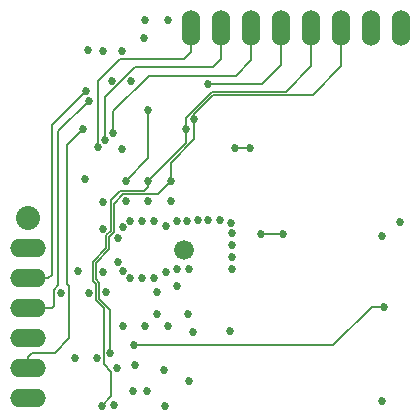
<source format=gbl>
%TF.GenerationSoftware,KiCad,Pcbnew,(5.1.6)-1*%
%TF.CreationDate,2021-11-16T12:50:12-05:00*%
%TF.ProjectId,AmbaSat-1_Satellite,416d6261-5361-4742-9d31-5f536174656c,KiCad_1.0*%
%TF.SameCoordinates,PX7ceeb0cPY74d41b0*%
%TF.FileFunction,Copper,L4,Bot*%
%TF.FilePolarity,Positive*%
%FSLAX46Y46*%
G04 Gerber Fmt 4.6, Leading zero omitted, Abs format (unit mm)*
G04 Created by KiCad (PCBNEW (5.1.6)-1) date 2021-11-16 12:50:12*
%MOMM*%
%LPD*%
G01*
G04 APERTURE LIST*
%TA.AperFunction,ComponentPad*%
%ADD10C,1.676400*%
%TD*%
%TA.AperFunction,ComponentPad*%
%ADD11O,3.048000X1.524000*%
%TD*%
%TA.AperFunction,ComponentPad*%
%ADD12O,1.524000X3.048000*%
%TD*%
%TA.AperFunction,ComponentPad*%
%ADD13O,2.032000X2.032000*%
%TD*%
%TA.AperFunction,ViaPad*%
%ADD14C,0.685800*%
%TD*%
%TA.AperFunction,Conductor*%
%ADD15C,0.127000*%
%TD*%
G04 APERTURE END LIST*
D10*
%TO.P,JP3,1*%
%TO.N,Net-(JP3-Pad1)*%
X15240000Y14224000D03*
%TD*%
D11*
%TO.P,JP2,6*%
%TO.N,Net-(C1-Pad2)*%
X2000000Y14350000D03*
%TO.P,JP2,5*%
%TO.N,/TX*%
X2000000Y11810000D03*
%TO.P,JP2,4*%
%TO.N,/RX*%
X2000000Y9270000D03*
%TO.P,JP2,3*%
%TO.N,/VIN*%
X2000000Y6730000D03*
%TO.P,JP2,2*%
%TO.N,/SS*%
X2000000Y4190000D03*
%TO.P,JP2,1*%
%TO.N,GND*%
X2000000Y1650000D03*
%TD*%
D12*
%TO.P,JP1,8*%
%TO.N,/SCK*%
X15810000Y33000000D03*
%TO.P,JP1,7*%
%TO.N,/MISO*%
X18350000Y33000000D03*
%TO.P,JP1,6*%
%TO.N,/MOSI*%
X20890000Y33000000D03*
%TO.P,JP1,5*%
%TO.N,/D3*%
X23430000Y33000000D03*
%TO.P,JP1,4*%
%TO.N,/SDA*%
X25970000Y33000000D03*
%TO.P,JP1,3*%
%TO.N,/SCL*%
X28510000Y33000000D03*
%TO.P,JP1,2*%
%TO.N,GND*%
X31050000Y33000000D03*
%TO.P,JP1,1*%
%TO.N,3V3*%
X33590000Y33000000D03*
%TD*%
D13*
%TO.P,JP4,1*%
%TO.N,/RESET*%
X2000000Y16890000D03*
%TD*%
D14*
%TO.N,GND*%
X14605000Y12573000D03*
X15621000Y12573000D03*
X32004000Y1397000D03*
X33528000Y16573500D03*
X4826000Y10541000D03*
X7175500Y10541000D03*
X7874000Y5080000D03*
X5969000Y5080000D03*
X13525500Y4064000D03*
X13563600Y1016000D03*
X12065000Y2286000D03*
X10033000Y7747000D03*
X11938000Y7747000D03*
X13843000Y7747000D03*
X14605000Y11176000D03*
X12954000Y10668000D03*
X12954000Y8763000D03*
X32004000Y15430500D03*
X13716000Y12319000D03*
X12700000Y11811000D03*
X8382000Y16002000D03*
X11684000Y11811000D03*
X10668000Y11811000D03*
X9652000Y13208000D03*
X15494000Y16637000D03*
X16383000Y16764000D03*
X17272000Y16764000D03*
X18288000Y16764000D03*
X13716000Y16256000D03*
X19304000Y15621000D03*
X19304000Y14605000D03*
X19304000Y13589000D03*
X19304000Y12573000D03*
X14605000Y16637000D03*
X10668000Y16637000D03*
X11684000Y16637000D03*
X12700000Y16637000D03*
X10033000Y16129000D03*
X9652000Y15240000D03*
X10033000Y12446000D03*
X19177000Y16510000D03*
X6223000Y12446000D03*
X8382000Y18288000D03*
X9931400Y22783800D03*
X10744200Y28498800D03*
X9118600Y28524200D03*
X13843000Y33655000D03*
X11887200Y33655000D03*
X7112000Y31140400D03*
%TO.N,/TX*%
X6883400Y27660600D03*
%TO.N,/RX*%
X7162800Y26847800D03*
%TO.N,/RESET*%
X10287000Y20066000D03*
X12192000Y26060400D03*
%TO.N,/SCL*%
X14097000Y20066000D03*
X16065500Y25273000D03*
X8940800Y5461000D03*
%TO.N,/SDA*%
X12192000Y20066000D03*
X15367000Y24447500D03*
X8229600Y1016000D03*
%TO.N,/DIO1*%
X20802600Y22860000D03*
X19558000Y22860000D03*
%TO.N,/SCK*%
X7899400Y22936200D03*
X23571200Y15544800D03*
X21717000Y15544800D03*
%TO.N,/MISO*%
X8559800Y23495000D03*
%TO.N,/MOSI*%
X9220200Y24104600D03*
%TO.N,/SS*%
X6680200Y24460200D03*
X10998200Y6146800D03*
X32156400Y9423400D03*
%TO.N,/D3*%
X17272000Y28257500D03*
%TO.N,3V3*%
X19113500Y7366000D03*
X15938500Y7302500D03*
X8636000Y10668000D03*
X8382000Y12319000D03*
X15621000Y3111500D03*
X9525000Y4191000D03*
X9296400Y1066800D03*
X10922000Y2286000D03*
X11023600Y4445000D03*
X15557500Y8763000D03*
X6858000Y20193000D03*
X9931400Y31064200D03*
X11861800Y32131000D03*
X8356600Y31038800D03*
X10287000Y18364200D03*
X12192000Y18364200D03*
X14122400Y18364200D03*
%TD*%
D15*
%TO.N,/TX*%
X6883400Y27660600D02*
X4064000Y24841200D01*
X4064000Y24841200D02*
X4064000Y12141200D01*
X3732800Y11810000D02*
X2000000Y11810000D01*
X4064000Y12141200D02*
X3732800Y11810000D01*
%TO.N,/RX*%
X7162800Y26847800D02*
X4572000Y24257000D01*
X4572000Y24257000D02*
X4572000Y11226800D01*
X4572000Y11226800D02*
X4216400Y10871200D01*
X4216400Y10871200D02*
X4216400Y9474200D01*
X4012200Y9270000D02*
X2000000Y9270000D01*
X4216400Y9474200D02*
X4012200Y9270000D01*
%TO.N,/RESET*%
X10287000Y20066000D02*
X12192000Y21971000D01*
X12192000Y21971000D02*
X12192000Y26060400D01*
%TO.N,/SCL*%
X14097000Y20066000D02*
X14097000Y21611776D01*
X16065500Y23580276D02*
X16065500Y25273000D01*
X14097000Y21611776D02*
X16065500Y23580276D01*
X16065500Y25273000D02*
X16065500Y25739276D01*
X16065500Y25739276D02*
X17682024Y27355800D01*
X26108200Y27355800D02*
X28510000Y29757600D01*
X17682024Y27355800D02*
X26108200Y27355800D01*
X28510000Y29757600D02*
X28510000Y33000000D01*
X12979400Y18948400D02*
X14097000Y20066000D01*
X10081766Y18948400D02*
X12979400Y18948400D01*
X8013710Y10100114D02*
X8013710Y11442690D01*
X8013710Y11442690D02*
X7721610Y11734790D01*
X7721610Y13102786D02*
X8890010Y14271186D01*
X7721610Y11734790D02*
X7721610Y13102786D01*
X9271010Y18137644D02*
X10081766Y18948400D01*
X8890010Y14271186D02*
X8890010Y15361352D01*
X8890010Y15361352D02*
X9271010Y15742352D01*
X9271010Y15742352D02*
X9271010Y18137644D01*
X8940800Y9173024D02*
X8764812Y9349012D01*
X8940800Y5461000D02*
X8940800Y9173024D01*
X8813810Y9300014D02*
X8764812Y9349012D01*
X8764812Y9349012D02*
X8013710Y10100114D01*
%TO.N,/SDA*%
X23812500Y27622500D02*
X25970000Y29780000D01*
X25970000Y29780000D02*
X25970000Y33000000D01*
X17589500Y27622500D02*
X23812500Y27622500D01*
X15367000Y24447500D02*
X15367000Y25400000D01*
X15367000Y25400000D02*
X17589500Y27622500D01*
X15367000Y23241000D02*
X15367000Y24447500D01*
X12192000Y20066000D02*
X15367000Y23241000D01*
X9067800Y1854200D02*
X8229600Y1016000D01*
X9067800Y3911600D02*
X9067800Y1854200D01*
X8407401Y4571999D02*
X9067800Y3911600D01*
X8407400Y9347200D02*
X8407401Y4571999D01*
X7759700Y9994900D02*
X8407400Y9347200D01*
X11836410Y19202410D02*
X9804410Y19202410D01*
X12192000Y20066000D02*
X12192000Y19558000D01*
X9804410Y19202410D02*
X9017000Y18415000D01*
X7467600Y11607800D02*
X7759700Y11315700D01*
X9017000Y18415000D02*
X9017000Y15847566D01*
X12192000Y19558000D02*
X11836410Y19202410D01*
X8636000Y15466566D02*
X8636000Y14376400D01*
X9017000Y15847566D02*
X8636000Y15466566D01*
X8636000Y14376400D02*
X7467600Y13208000D01*
X7467600Y13208000D02*
X7467600Y11607800D01*
X7759700Y11315700D02*
X7759700Y9994900D01*
%TO.N,/DIO1*%
X20802600Y22860000D02*
X19558000Y22860000D01*
%TO.N,/SCK*%
X15240000Y30416500D02*
X15810000Y30986500D01*
X15810000Y30986500D02*
X15810000Y33000000D01*
X9817100Y30416500D02*
X15240000Y30416500D01*
X7899400Y22936200D02*
X7899400Y28498800D01*
X7899400Y28498800D02*
X9817100Y30416500D01*
X23571200Y15544800D02*
X21717000Y15544800D01*
%TO.N,/MISO*%
X18350000Y30415000D02*
X18350000Y33000000D01*
X17627600Y29692600D02*
X18350000Y30415000D01*
X11074400Y29692600D02*
X17627600Y29692600D01*
X8559800Y23495000D02*
X8559800Y27178000D01*
X8559800Y27178000D02*
X11074400Y29692600D01*
%TO.N,/MOSI*%
X19583400Y28981400D02*
X20890000Y30288000D01*
X20890000Y30288000D02*
X20890000Y33000000D01*
X12217400Y28981400D02*
X19583400Y28981400D01*
X9220200Y24104600D02*
X9220200Y25984200D01*
X9220200Y25984200D02*
X12217400Y28981400D01*
%TO.N,/SS*%
X6680200Y24460200D02*
X5334000Y23114000D01*
X5334000Y23114000D02*
X5334000Y11328400D01*
X5334000Y11328400D02*
X5511800Y11150600D01*
X2000000Y4190000D02*
X2000000Y5200400D01*
X2000000Y5200400D02*
X2336800Y5537200D01*
X4292600Y5537200D02*
X5511800Y6756400D01*
X2336800Y5537200D02*
X4292600Y5537200D01*
X5511800Y11150600D02*
X5511800Y6756400D01*
X31140400Y9423400D02*
X27863800Y6146800D01*
X32156400Y9423400D02*
X31140400Y9423400D01*
X10998200Y6146800D02*
X27863800Y6146800D01*
%TO.N,/D3*%
X17272000Y28257500D02*
X21780500Y28257500D01*
X23430000Y29907000D02*
X23430000Y33000000D01*
X21780500Y28257500D02*
X23430000Y29907000D01*
%TD*%
M02*

</source>
